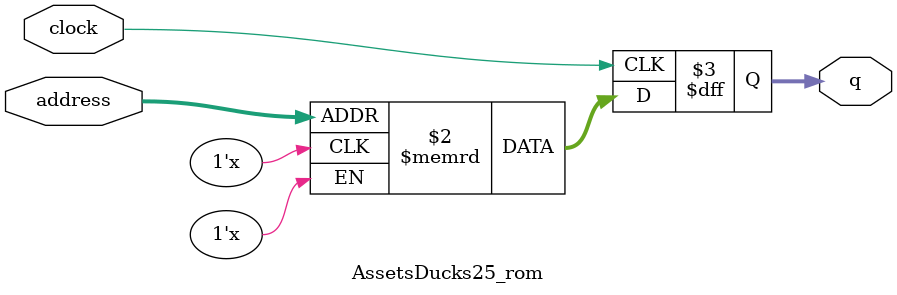
<source format=sv>
module AssetsDucks25_rom (
	input logic clock,
	input logic [12:0] address,
	output logic [3:0] q
);

logic [3:0] memory [0:4351] /* synthesis ram_init_file = "./AssetsDucks25/AssetsDucks25.mif" */;

always_ff @ (posedge clock) begin
	q <= memory[address];
end

endmodule

</source>
